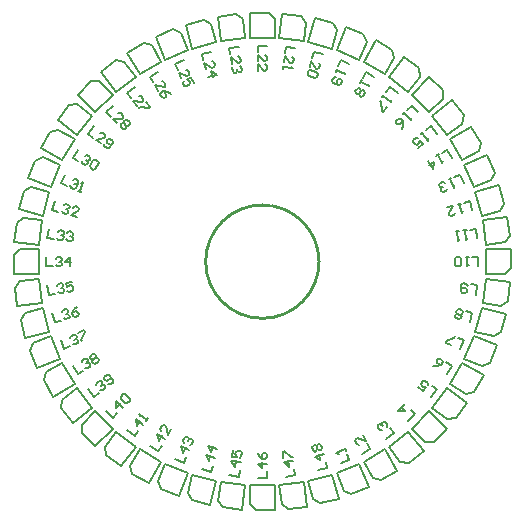
<source format=gto>
G04*
G04 #@! TF.GenerationSoftware,Altium Limited,Altium Designer,20.1.11 (218)*
G04*
G04 Layer_Color=65535*
%FSLAX25Y25*%
%MOIN*%
G70*
G04*
G04 #@! TF.SameCoordinates,A89DC92D-1D16-4819-8E46-697129492B70*
G04*
G04*
G04 #@! TF.FilePolarity,Positive*
G04*
G01*
G75*
%ADD10C,0.01000*%
%ADD11C,0.00811*%
%ADD12C,0.00591*%
D10*
X18898Y0D02*
G03*
X18898Y0I-18898J0D01*
G01*
D11*
X16947Y-79219D02*
X19358Y-80611D01*
X25442Y-78980D01*
X23302Y-70994D02*
X25442Y-78980D01*
X15316Y-73134D02*
X23302Y-70994D01*
X15316Y-73134D02*
X16947Y-79219D01*
X6462Y-80753D02*
X8670Y-82448D01*
X14916Y-81625D01*
X13837Y-73428D02*
X14916Y-81625D01*
X5640Y-74508D02*
X13837Y-73428D01*
X5640Y-74508D02*
X6462Y-80753D01*
X-4134Y-80905D02*
X-2165Y-82874D01*
X4134D01*
Y-74606D01*
X-4134D02*
X4134D01*
X-4134Y-80905D02*
Y-74606D01*
X-14659Y-79674D02*
X-12964Y-81882D01*
X-6719Y-82705D01*
X-5640Y-74508D01*
X-13837Y-73428D02*
X-5640Y-74508D01*
X-14659Y-79674D02*
X-13837Y-73428D01*
X-24933Y-77079D02*
X-23541Y-79490D01*
X-17456Y-81120D01*
X-15316Y-73134D01*
X-23302Y-70994D02*
X-15316Y-73134D01*
X-24933Y-77079D02*
X-23302Y-70994D01*
X-34780Y-73165D02*
X-33715Y-75737D01*
X-27895Y-78148D01*
X-24731Y-70509D01*
X-32370Y-67345D02*
X-24731Y-70509D01*
X-34780Y-73165D02*
X-32370Y-67345D01*
X-44033Y-67999D02*
X-43312Y-70688D01*
X-37857Y-73838D01*
X-33723Y-66678D01*
X-40883Y-62544D02*
X-33723Y-66678D01*
X-44033Y-67999D02*
X-40883Y-62544D01*
X-52532Y-61670D02*
X-52168Y-64430D01*
X-47171Y-68265D01*
X-42138Y-61706D01*
X-48697Y-56673D02*
X-42138Y-61706D01*
X-52532Y-61670D02*
X-48697Y-56673D01*
X-60132Y-57070D02*
Y-54286D01*
Y-57070D02*
X-55678Y-61524D01*
X-49832Y-55678D01*
X-55678Y-49832D02*
X-49832Y-55678D01*
X-60132Y-54286D02*
X-55678Y-49832D01*
X-67067Y-48733D02*
X-66703Y-45973D01*
X-67067Y-48733D02*
X-63232Y-53730D01*
X-56673Y-48697D01*
X-61706Y-42138D02*
X-56673Y-48697D01*
X-66703Y-45973D02*
X-61706Y-42138D01*
X-72854Y-39562D02*
X-72133Y-36873D01*
X-72854Y-39562D02*
X-69704Y-45017D01*
X-62544Y-40883D01*
X-66678Y-33723D02*
X-62544Y-40883D01*
X-72133Y-36873D02*
X-66678Y-33723D01*
X-77394Y-29714D02*
X-76329Y-27142D01*
X-77394Y-29714D02*
X-74984Y-35534D01*
X-67345Y-32370D01*
X-70509Y-24731D02*
X-67345Y-32370D01*
X-76329Y-27142D02*
X-70509Y-24731D01*
X-80611Y-19358D02*
X-79219Y-16947D01*
X-80611Y-19358D02*
X-78980Y-25442D01*
X-70994Y-23302D01*
X-73134Y-15316D02*
X-70994Y-23302D01*
X-79219Y-16947D02*
X-73134Y-15316D01*
X-82448Y-8670D02*
X-80753Y-6462D01*
X-82448Y-8670D02*
X-81625Y-14916D01*
X-73428Y-13837D01*
X-74508Y-5640D02*
X-73428Y-13837D01*
X-80753Y-6462D02*
X-74508Y-5640D01*
X-82874Y2165D02*
X-80905Y4134D01*
X-82874Y-4134D02*
Y2165D01*
Y-4134D02*
X-74606D01*
Y4134D01*
X-80905D02*
X-74606D01*
X-81882Y12964D02*
X-79674Y14659D01*
X-82705Y6719D02*
X-81882Y12964D01*
X-82705Y6719D02*
X-74508Y5640D01*
X-73428Y13837D01*
X-79674Y14659D02*
X-73428Y13837D01*
X-79490Y23541D02*
X-77079Y24933D01*
X-81120Y17456D02*
X-79490Y23541D01*
X-81120Y17456D02*
X-73134Y15316D01*
X-70994Y23302D01*
X-77079Y24933D02*
X-70994Y23302D01*
X-75737Y33715D02*
X-73165Y34780D01*
X-78148Y27895D02*
X-75737Y33715D01*
X-78148Y27895D02*
X-70509Y24731D01*
X-67345Y32370D01*
X-73165Y34780D02*
X-67345Y32370D01*
X-70688Y43312D02*
X-67999Y44033D01*
X-73838Y37857D02*
X-70688Y43312D01*
X-73838Y37857D02*
X-66678Y33723D01*
X-62544Y40883D01*
X-67999Y44033D02*
X-62544Y40883D01*
X-64430Y52168D02*
X-61670Y52532D01*
X-68265Y47171D02*
X-64430Y52168D01*
X-68265Y47171D02*
X-61706Y42138D01*
X-56673Y48697D01*
X-61670Y52532D02*
X-56673Y48697D01*
X-57070Y60132D02*
X-54286D01*
X-61524Y55678D02*
X-57070Y60132D01*
X-61524Y55678D02*
X-55678Y49832D01*
X-49832Y55678D01*
X-54286Y60132D02*
X-49832Y55678D01*
X-48733Y67067D02*
X-45973Y66703D01*
X-53730Y63232D02*
X-48733Y67067D01*
X-53730Y63232D02*
X-48697Y56673D01*
X-42138Y61706D01*
X-45973Y66703D02*
X-42138Y61706D01*
X-39562Y72854D02*
X-36873Y72133D01*
X-45017Y69704D02*
X-39562Y72854D01*
X-45017Y69704D02*
X-40883Y62544D01*
X-33723Y66678D01*
X-36873Y72133D02*
X-33723Y66678D01*
X-29714Y77394D02*
X-27142Y76329D01*
X-35534Y74984D02*
X-29714Y77394D01*
X-35534Y74984D02*
X-32370Y67345D01*
X-24731Y70509D01*
X-27142Y76329D02*
X-24731Y70509D01*
X-19358Y80611D02*
X-16947Y79219D01*
X-25442Y78980D02*
X-19358Y80611D01*
X-25442Y78980D02*
X-23302Y70994D01*
X-15316Y73134D01*
X-16947Y79219D02*
X-15316Y73134D01*
X-8670Y82448D02*
X-6462Y80753D01*
X-14916Y81625D02*
X-8670Y82448D01*
X-14916Y81625D02*
X-13837Y73428D01*
X-5640Y74508D01*
X-6462Y80753D02*
X-5640Y74508D01*
X2165Y82874D02*
X4134Y80905D01*
X-4134Y82874D02*
X2165D01*
X-4134Y74606D02*
Y82874D01*
Y74606D02*
X4134D01*
Y80905D01*
X12964Y81882D02*
X14659Y79674D01*
X6719Y82705D02*
X12964Y81882D01*
X5640Y74508D02*
X6719Y82705D01*
X5640Y74508D02*
X13837Y73428D01*
X14659Y79674D01*
X23541Y79490D02*
X24933Y77079D01*
X17456Y81120D02*
X23541Y79490D01*
X15316Y73134D02*
X17456Y81120D01*
X15316Y73134D02*
X23302Y70994D01*
X24933Y77079D01*
X33715Y75737D02*
X34780Y73165D01*
X27895Y78148D02*
X33715Y75737D01*
X24731Y70509D02*
X27895Y78148D01*
X24731Y70509D02*
X32370Y67345D01*
X34780Y73165D01*
X43312Y70688D02*
X44033Y67999D01*
X37857Y73838D02*
X43312Y70688D01*
X33723Y66678D02*
X37857Y73838D01*
X33723Y66678D02*
X40883Y62544D01*
X44033Y67999D01*
X52168Y64430D02*
X52532Y61670D01*
X47171Y68265D02*
X52168Y64430D01*
X42138Y61706D02*
X47171Y68265D01*
X42138Y61706D02*
X48697Y56673D01*
X52532Y61670D01*
X60132Y54286D02*
Y57070D01*
X55678Y61524D02*
X60132Y57070D01*
X49832Y55678D02*
X55678Y61524D01*
X49832Y55678D02*
X55678Y49832D01*
X60132Y54286D01*
X66703Y45973D02*
X67067Y48733D01*
X63232Y53730D02*
X67067Y48733D01*
X56673Y48697D02*
X63232Y53730D01*
X56673Y48697D02*
X61706Y42138D01*
X66703Y45973D01*
X72133Y36873D02*
X72854Y39562D01*
X69704Y45017D02*
X72854Y39562D01*
X62544Y40883D02*
X69704Y45017D01*
X62544Y40883D02*
X66678Y33723D01*
X72133Y36873D01*
X76329Y27142D02*
X77394Y29714D01*
X74984Y35534D02*
X77394Y29714D01*
X67345Y32370D02*
X74984Y35534D01*
X67345Y32370D02*
X70509Y24731D01*
X76329Y27142D01*
X79219Y16947D02*
X80611Y19358D01*
X78980Y25442D02*
X80611Y19358D01*
X70994Y23302D02*
X78980Y25442D01*
X70994Y23302D02*
X73134Y15316D01*
X79219Y16947D01*
X80753Y6462D02*
X82448Y8670D01*
X81625Y14916D02*
X82448Y8670D01*
X73428Y13837D02*
X81625Y14916D01*
X73428Y13837D02*
X74508Y5640D01*
X80753Y6462D01*
X80905Y-4134D02*
X82874Y-2165D01*
Y4134D01*
X74606D02*
X82874D01*
X74606Y-4134D02*
Y4134D01*
Y-4134D02*
X80905D01*
X79674Y-14659D02*
X81882Y-12964D01*
X82705Y-6719D01*
X74508Y-5640D02*
X82705Y-6719D01*
X73428Y-13837D02*
X74508Y-5640D01*
X73428Y-13837D02*
X79674Y-14659D01*
X77079Y-24933D02*
X79490Y-23541D01*
X81120Y-17456D01*
X73134Y-15316D02*
X81120Y-17456D01*
X70994Y-23302D02*
X73134Y-15316D01*
X70994Y-23302D02*
X77079Y-24933D01*
X73165Y-34780D02*
X75737Y-33715D01*
X78148Y-27895D01*
X70509Y-24731D02*
X78148Y-27895D01*
X67345Y-32370D02*
X70509Y-24731D01*
X67345Y-32370D02*
X73165Y-34780D01*
X67999Y-44033D02*
X70688Y-43312D01*
X73838Y-37857D01*
X66678Y-33723D02*
X73838Y-37857D01*
X62544Y-40883D02*
X66678Y-33723D01*
X62544Y-40883D02*
X67999Y-44033D01*
X61670Y-52532D02*
X64430Y-52168D01*
X68265Y-47171D01*
X61706Y-42138D02*
X68265Y-47171D01*
X56673Y-48697D02*
X61706Y-42138D01*
X56673Y-48697D02*
X61670Y-52532D01*
X54286Y-60132D02*
X57070D01*
X61524Y-55678D01*
X55678Y-49832D02*
X61524Y-55678D01*
X49832D02*
X55678Y-49832D01*
X49832Y-55678D02*
X54286Y-60132D01*
X45973Y-66703D02*
X48733Y-67067D01*
X53730Y-63232D01*
X48697Y-56673D02*
X53730Y-63232D01*
X42138Y-61706D02*
X48697Y-56673D01*
X42138Y-61706D02*
X45973Y-66703D01*
X36873Y-72133D02*
X39562Y-72854D01*
X45017Y-69704D01*
X40883Y-62544D02*
X45017Y-69704D01*
X33723Y-66678D02*
X40883Y-62544D01*
X33723Y-66678D02*
X36873Y-72133D01*
X27142Y-76329D02*
X29714Y-77394D01*
X35534Y-74984D01*
X32370Y-67345D02*
X35534Y-74984D01*
X24731Y-70509D02*
X32370Y-67345D01*
X24731Y-70509D02*
X27142Y-76329D01*
D12*
X-1577Y-72030D02*
X1572D01*
Y-69931D01*
Y-67307D02*
X-1577D01*
X-3Y-68881D01*
Y-66782D01*
X-1577Y-63634D02*
X-1052Y-64683D01*
X-3Y-65733D01*
X1047D01*
X1572Y-65208D01*
Y-64158D01*
X1047Y-63634D01*
X522D01*
X-3Y-64158D01*
Y-65733D01*
X18624Y-69528D02*
X21665Y-68713D01*
X21122Y-66685D01*
X20443Y-64151D02*
X17401Y-64965D01*
X19329Y-66079D01*
X18786Y-64051D01*
X17501Y-63309D02*
X16858Y-62938D01*
X16586Y-61924D01*
X16958Y-61282D01*
X17464Y-61146D01*
X18107Y-61517D01*
X18478Y-60874D01*
X18985Y-60738D01*
X19628Y-61109D01*
X19899Y-62123D01*
X19528Y-62766D01*
X19021Y-62902D01*
X18379Y-62530D01*
X18008Y-63173D01*
X17501Y-63309D01*
X18379Y-62530D02*
X18107Y-61517D01*
X7838Y-71620D02*
X10960Y-71209D01*
X10686Y-69128D01*
X10344Y-66526D02*
X7222Y-66937D01*
X8988Y-68292D01*
X8714Y-66211D01*
X7017Y-65376D02*
X6742Y-63295D01*
X7263Y-63227D01*
X9618Y-65034D01*
X10138Y-64965D01*
X-10965Y-71208D02*
X-7843Y-71619D01*
X-7570Y-69538D01*
X-7227Y-66936D02*
X-10349Y-66525D01*
X-8993Y-68292D01*
X-8719Y-66211D01*
X-9869Y-62884D02*
X-10143Y-64965D01*
X-8582Y-65170D01*
X-8966Y-64061D01*
X-8897Y-63541D01*
X-8308Y-63089D01*
X-7268Y-63226D01*
X-6816Y-63815D01*
X-6953Y-64855D01*
X-7542Y-65307D01*
X-20166Y-69168D02*
X-17125Y-69982D01*
X-16581Y-67955D01*
X-15902Y-65420D02*
X-18944Y-64605D01*
X-17830Y-66534D01*
X-17287Y-64506D01*
X-15087Y-62379D02*
X-18129Y-61564D01*
X-17015Y-63492D01*
X-16472Y-61465D01*
X-29021Y-65944D02*
X-26113Y-67149D01*
X-25309Y-65209D01*
X-24305Y-62785D02*
X-27214Y-61580D01*
X-26362Y-63637D01*
X-25559Y-61698D01*
X-26127Y-60326D02*
X-26411Y-59641D01*
X-26009Y-58671D01*
X-25324Y-58387D01*
X-24839Y-58588D01*
X-24555Y-59274D01*
X-24756Y-59759D01*
X-24555Y-59274D01*
X-23869Y-58990D01*
X-23384Y-59190D01*
X-23100Y-59876D01*
X-23502Y-60846D01*
X-24188Y-61130D01*
X-37381Y-61591D02*
X-34654Y-63166D01*
X-33604Y-61348D01*
X-32292Y-59075D02*
X-35019Y-57501D01*
X-34443Y-59652D01*
X-33393Y-57834D01*
X-30456Y-55894D02*
X-31505Y-57712D01*
X-32274Y-54845D01*
X-32728Y-54582D01*
X-33445Y-54774D01*
X-33970Y-55683D01*
X-33778Y-56400D01*
X-45100Y-56185D02*
X-42602Y-58102D01*
X-41324Y-56437D01*
X-39727Y-54355D02*
X-42225Y-52438D01*
X-41934Y-54646D01*
X-40657Y-52980D01*
X-38769Y-53106D02*
X-38130Y-52273D01*
X-38449Y-52690D01*
X-40947Y-50773D01*
X-40850Y-51509D01*
X-52048Y-49818D02*
X-49821Y-52044D01*
X-48337Y-50560D01*
X-46482Y-48705D02*
X-48708Y-46478D01*
X-48708Y-48705D01*
X-47224Y-47220D01*
Y-45736D02*
X-47224Y-44994D01*
X-46482Y-44252D01*
X-45740D01*
X-44256Y-45736D01*
X-44256Y-46478D01*
X-44998Y-47220D01*
X-45740D01*
X-47224Y-45736D01*
X-58105Y-42598D02*
X-56188Y-45096D01*
X-54523Y-43818D01*
X-55288Y-41098D02*
X-55191Y-40362D01*
X-54358Y-39723D01*
X-53623Y-39820D01*
X-53303Y-40236D01*
X-53400Y-40972D01*
X-53816Y-41291D01*
X-53400Y-40972D01*
X-52664Y-41069D01*
X-52345Y-41485D01*
X-52442Y-42221D01*
X-53274Y-42860D01*
X-54010Y-42763D01*
X-51512Y-40846D02*
X-50776Y-40943D01*
X-49944Y-40304D01*
X-49847Y-39568D01*
X-51125Y-37903D01*
X-51860Y-37806D01*
X-52693Y-38445D01*
X-52790Y-39181D01*
X-52470Y-39597D01*
X-51735Y-39694D01*
X-50486Y-38736D01*
X-63168Y-34649D02*
X-61594Y-37376D01*
X-59776Y-36327D01*
X-60179Y-33529D02*
X-59987Y-32813D01*
X-59078Y-32288D01*
X-58361Y-32480D01*
X-58099Y-32934D01*
X-58291Y-33651D01*
X-58745Y-33914D01*
X-58291Y-33651D01*
X-57574Y-33843D01*
X-57312Y-34298D01*
X-57504Y-35015D01*
X-58413Y-35539D01*
X-59130Y-35347D01*
X-57452Y-31955D02*
X-57260Y-31238D01*
X-56351Y-30714D01*
X-55634Y-30906D01*
X-55372Y-31360D01*
X-55564Y-32077D01*
X-54847Y-32269D01*
X-54585Y-32724D01*
X-54777Y-33440D01*
X-55686Y-33965D01*
X-56403Y-33773D01*
X-56665Y-33319D01*
X-56473Y-32602D01*
X-57190Y-32410D01*
X-57452Y-31955D01*
X-56473Y-32602D02*
X-55564Y-32077D01*
X-67150Y-26108D02*
X-65946Y-29017D01*
X-64006Y-28214D01*
X-64041Y-25388D02*
X-63757Y-24702D01*
X-62787Y-24300D01*
X-62101Y-24585D01*
X-61901Y-25069D01*
X-62185Y-25755D01*
X-62669Y-25956D01*
X-62185Y-25755D01*
X-61499Y-26039D01*
X-61298Y-26524D01*
X-61582Y-27209D01*
X-62552Y-27611D01*
X-63238Y-27327D01*
X-61333Y-23698D02*
X-59393Y-22895D01*
X-59193Y-23380D01*
X-60329Y-26122D01*
X-60128Y-26607D01*
X-69984Y-17120D02*
X-69169Y-20161D01*
X-67141Y-19618D01*
X-66807Y-16812D02*
X-66435Y-16169D01*
X-65422Y-15897D01*
X-64779Y-16268D01*
X-64643Y-16775D01*
X-65014Y-17418D01*
X-65521Y-17554D01*
X-65014Y-17418D01*
X-64372Y-17789D01*
X-64236Y-18296D01*
X-64607Y-18938D01*
X-65621Y-19210D01*
X-66263Y-18839D01*
X-61874Y-14946D02*
X-62752Y-15725D01*
X-63494Y-17010D01*
X-63222Y-18024D01*
X-62579Y-18395D01*
X-61566Y-18124D01*
X-61194Y-17481D01*
X-61330Y-16974D01*
X-61973Y-16603D01*
X-63494Y-17010D01*
X-71620Y-7838D02*
X-71209Y-10960D01*
X-69128Y-10686D01*
X-68429Y-7948D02*
X-67978Y-7359D01*
X-66937Y-7222D01*
X-66348Y-7674D01*
X-66280Y-8194D01*
X-66732Y-8783D01*
X-67252Y-8851D01*
X-66732Y-8783D01*
X-66143Y-9234D01*
X-66074Y-9755D01*
X-66526Y-10344D01*
X-67567Y-10481D01*
X-68155Y-10029D01*
X-63295Y-6742D02*
X-65376Y-7017D01*
X-65171Y-8577D01*
X-64199Y-7920D01*
X-63678Y-7852D01*
X-63090Y-8303D01*
X-62953Y-9344D01*
X-63404Y-9933D01*
X-64445Y-10070D01*
X-65034Y-9618D01*
X-72030Y1577D02*
Y-1572D01*
X-69931D01*
X-68881Y1052D02*
X-68357Y1577D01*
X-67307D01*
X-66782Y1052D01*
Y527D01*
X-67307Y3D01*
X-67832D01*
X-67307D01*
X-66782Y-522D01*
Y-1047D01*
X-67307Y-1572D01*
X-68357D01*
X-68881Y-1047D01*
X-64158Y-1572D02*
Y1577D01*
X-65733Y3D01*
X-63634D01*
X-71208Y10965D02*
X-71619Y7843D01*
X-69538Y7570D01*
X-68155Y10034D02*
X-67566Y10486D01*
X-66525Y10349D01*
X-66074Y9760D01*
X-66142Y9240D01*
X-66731Y8788D01*
X-67251Y8856D01*
X-66731Y8788D01*
X-66279Y8199D01*
X-66348Y7679D01*
X-66936Y7227D01*
X-67977Y7364D01*
X-68429Y7953D01*
X-65033Y9623D02*
X-64444Y10075D01*
X-63404Y9938D01*
X-62952Y9349D01*
X-63020Y8829D01*
X-63609Y8377D01*
X-64130Y8445D01*
X-63609Y8377D01*
X-63157Y7788D01*
X-63226Y7268D01*
X-63815Y6816D01*
X-64855Y6953D01*
X-65307Y7542D01*
X-69168Y20166D02*
X-69982Y17125D01*
X-67955Y16581D01*
X-66262Y18844D02*
X-65619Y19215D01*
X-64605Y18944D01*
X-64235Y18301D01*
X-64370Y17794D01*
X-65013Y17423D01*
X-65520Y17559D01*
X-65013Y17423D01*
X-64642Y16780D01*
X-64778Y16273D01*
X-65420Y15902D01*
X-66434Y16174D01*
X-66805Y16817D01*
X-61872Y14952D02*
X-63900Y15495D01*
X-61329Y16979D01*
X-61193Y17486D01*
X-61564Y18129D01*
X-62578Y18400D01*
X-63221Y18029D01*
X-65944Y29021D02*
X-67149Y26113D01*
X-65209Y25309D01*
X-63235Y27332D02*
X-62550Y27616D01*
X-61580Y27214D01*
X-61296Y26528D01*
X-61497Y26044D01*
X-62183Y25760D01*
X-62667Y25960D01*
X-62183Y25760D01*
X-61899Y25074D01*
X-62099Y24589D01*
X-62785Y24305D01*
X-63755Y24707D01*
X-64039Y25392D01*
X-61331Y23703D02*
X-60361Y23301D01*
X-60846Y23502D01*
X-59641Y26411D01*
X-60326Y26127D01*
X-61591Y37381D02*
X-63166Y34654D01*
X-61348Y33604D01*
X-59127Y35352D02*
X-58410Y35544D01*
X-57501Y35019D01*
X-57309Y34302D01*
X-57572Y33848D01*
X-58288Y33656D01*
X-58743Y33918D01*
X-58288Y33656D01*
X-58096Y32939D01*
X-58359Y32484D01*
X-59075Y32292D01*
X-59984Y32817D01*
X-60176Y33534D01*
X-56400Y33778D02*
X-55683Y33970D01*
X-54774Y33445D01*
X-54582Y32728D01*
X-55632Y30910D01*
X-56349Y30718D01*
X-57258Y31243D01*
X-57450Y31960D01*
X-56400Y33778D01*
X-56185Y45100D02*
X-58102Y42602D01*
X-56437Y41324D01*
X-53939Y39408D02*
X-55604Y40685D01*
X-52661Y41073D01*
X-52342Y41489D01*
X-52438Y42225D01*
X-53271Y42864D01*
X-54007Y42767D01*
X-52787Y39185D02*
X-52690Y38449D01*
X-51857Y37810D01*
X-51121Y37907D01*
X-49843Y39573D01*
X-49940Y40308D01*
X-50773Y40947D01*
X-51509Y40850D01*
X-51828Y40434D01*
X-51731Y39698D01*
X-50482Y38740D01*
X-49818Y52048D02*
X-52044Y49821D01*
X-50560Y48337D01*
X-48334Y46111D02*
X-49818Y47595D01*
X-46849D01*
X-46478Y47966D01*
Y48708D01*
X-47220Y49450D01*
X-47962Y49450D01*
X-45736Y47224D02*
X-44994Y47224D01*
X-44252Y46482D01*
Y45740D01*
X-44623Y45369D01*
X-45365D01*
X-45365Y44627D01*
X-45736Y44256D01*
X-46478Y44256D01*
X-47220Y44998D01*
Y45740D01*
X-46849Y46111D01*
X-46107D01*
X-46107Y46853D01*
X-45736Y47224D01*
X-46107Y46111D02*
X-45365Y45369D01*
X-42598Y58105D02*
X-45096Y56188D01*
X-43818Y54523D01*
X-41901Y52025D02*
X-43179Y53690D01*
X-40236Y53303D01*
X-39820Y53623D01*
X-39723Y54358D01*
X-40362Y55191D01*
X-41098Y55288D01*
X-38765Y53109D02*
X-37487Y51444D01*
X-37903Y51125D01*
X-40846Y51512D01*
X-41263Y51192D01*
X-34649Y63168D02*
X-37376Y61594D01*
X-36327Y59776D01*
X-34752Y57049D02*
X-35802Y58867D01*
X-32934Y58099D01*
X-32480Y58361D01*
X-32288Y59078D01*
X-32813Y59987D01*
X-33529Y60179D01*
X-30451Y55897D02*
X-31431Y56543D01*
X-32864Y56928D01*
X-33773Y56403D01*
X-33965Y55686D01*
X-33440Y54777D01*
X-32724Y54585D01*
X-32269Y54847D01*
X-32077Y55564D01*
X-32864Y56928D01*
X-26108Y67150D02*
X-29017Y65946D01*
X-28214Y64006D01*
X-27009Y61097D02*
X-27812Y63037D01*
X-25069Y61901D01*
X-24585Y62101D01*
X-24300Y62787D01*
X-24702Y63757D01*
X-25388Y64041D01*
X-22895Y59393D02*
X-23698Y61333D01*
X-25152Y60730D01*
X-24266Y59961D01*
X-24065Y59477D01*
X-24349Y58791D01*
X-25319Y58389D01*
X-26004Y58673D01*
X-26406Y59643D01*
X-26122Y60329D01*
X-17120Y69984D02*
X-20161Y69169D01*
X-19618Y67141D01*
X-18803Y64100D02*
X-19346Y66128D01*
X-16775Y64643D01*
X-16268Y64779D01*
X-15897Y65422D01*
X-16169Y66435D01*
X-16812Y66807D01*
X-18124Y61566D02*
X-15082Y62380D01*
X-17010Y63494D01*
X-16467Y61466D01*
X-7838Y71620D02*
X-10960Y71209D01*
X-10686Y69128D01*
X-10275Y66006D02*
X-10549Y68087D01*
X-8194Y66280D01*
X-7674Y66348D01*
X-7222Y66937D01*
X-7359Y67978D01*
X-7948Y68429D01*
X-7537Y65308D02*
X-6948Y64856D01*
X-6811Y63815D01*
X-7263Y63227D01*
X-7783Y63158D01*
X-8372Y63610D01*
X-8440Y64130D01*
X-8372Y63610D01*
X-8824Y63021D01*
X-9344Y62953D01*
X-9933Y63404D01*
X-10070Y64445D01*
X-9618Y65034D01*
X1577Y72030D02*
X-1572D01*
Y69931D01*
Y66782D02*
Y68881D01*
X527Y66782D01*
X1052D01*
X1577Y67307D01*
Y68357D01*
X1052Y68881D01*
X-1572Y63634D02*
Y65733D01*
X527Y63634D01*
X1052D01*
X1577Y64158D01*
Y65208D01*
X1052Y65733D01*
X10965Y71208D02*
X7843Y71619D01*
X7570Y69538D01*
X7159Y66416D02*
X7433Y68497D01*
X9240Y66142D01*
X9760Y66074D01*
X10349Y66525D01*
X10486Y67566D01*
X10034Y68155D01*
X7022Y65376D02*
X6885Y64335D01*
X6953Y64855D01*
X10075Y64444D01*
X9623Y65033D01*
X20166Y69168D02*
X17125Y69982D01*
X16581Y67955D01*
X15766Y64913D02*
X16310Y66941D01*
X17794Y64370D01*
X18301Y64235D01*
X18944Y64605D01*
X19215Y65619D01*
X18844Y66262D01*
X18029Y63221D02*
X18400Y62578D01*
X18129Y61564D01*
X17486Y61193D01*
X15458Y61736D01*
X15087Y62379D01*
X15359Y63393D01*
X16002Y63764D01*
X18029Y63221D01*
X29021Y65944D02*
X26113Y67149D01*
X25309Y65209D01*
X24908Y64240D02*
X24506Y63270D01*
X24707Y63755D01*
X27616Y62550D01*
X27332Y63235D01*
X24388Y61615D02*
X23703Y61331D01*
X23301Y60361D01*
X23585Y59675D01*
X25524Y58872D01*
X26210Y59156D01*
X26612Y60126D01*
X26328Y60811D01*
X25843Y61012D01*
X25157Y60728D01*
X24555Y59274D01*
X37381Y61591D02*
X34654Y63166D01*
X33604Y61348D01*
X33080Y60439D02*
X32555Y59530D01*
X32817Y59984D01*
X35544Y58410D01*
X35352Y59127D01*
X34040Y56855D02*
X34232Y56138D01*
X33707Y55229D01*
X32990Y55037D01*
X32536Y55299D01*
X32344Y56016D01*
X31627Y55824D01*
X31173Y56086D01*
X30981Y56803D01*
X31505Y57712D01*
X32222Y57904D01*
X32677Y57642D01*
X32869Y56925D01*
X33586Y57117D01*
X34040Y56855D01*
X32869Y56925D02*
X32344Y56016D01*
X45100Y56185D02*
X42602Y58102D01*
X41324Y56437D01*
X40685Y55604D02*
X40047Y54771D01*
X40366Y55188D01*
X42864Y53271D01*
X42767Y54007D01*
X41586Y51606D02*
X40308Y49940D01*
X39892Y50260D01*
X39505Y53203D01*
X39088Y53522D01*
X52048Y49818D02*
X49821Y52044D01*
X48337Y50560D01*
X47595Y49818D02*
X46853Y49076D01*
X47224Y49447D01*
X49450Y47220D01*
X49450Y47962D01*
X46482Y44252D02*
X46853Y45365D01*
Y46849D01*
X46111Y47591D01*
X45369D01*
X44627Y46849D01*
X44627Y46107D01*
X44998Y45736D01*
X45740D01*
X46853Y46849D01*
X58105Y42598D02*
X56188Y45096D01*
X54523Y43818D01*
X53690Y43179D02*
X52858Y42540D01*
X53274Y42860D01*
X55191Y40362D01*
X55288Y41098D01*
X51860Y37806D02*
X53526Y39084D01*
X52567Y40333D01*
X52054Y39278D01*
X51638Y38958D01*
X50902Y39055D01*
X50263Y39888D01*
X50360Y40624D01*
X51192Y41263D01*
X51928Y41166D01*
X63168Y34649D02*
X61594Y37376D01*
X59776Y36327D01*
X58867Y35802D02*
X57958Y35277D01*
X58413Y35539D01*
X59987Y32813D01*
X60179Y33529D01*
X55231Y33703D02*
X56806Y30976D01*
X57382Y33127D01*
X55564Y32077D01*
X67150Y26108D02*
X65946Y29017D01*
X64006Y28214D01*
X63037Y27812D02*
X62067Y27410D01*
X62552Y27611D01*
X63757Y24702D01*
X64041Y25388D01*
X61617Y24384D02*
X61333Y23698D01*
X60363Y23296D01*
X59677Y23580D01*
X59477Y24065D01*
X59760Y24751D01*
X60245Y24952D01*
X59760Y24751D01*
X59075Y25035D01*
X58874Y25520D01*
X59158Y26205D01*
X60128Y26607D01*
X60813Y26323D01*
X69984Y17120D02*
X69169Y20161D01*
X67141Y19618D01*
X66128Y19346D02*
X65114Y19074D01*
X65621Y19210D01*
X66435Y16169D01*
X66807Y16812D01*
X61566Y18124D02*
X63593Y18667D01*
X62109Y16096D01*
X62245Y15589D01*
X62887Y15218D01*
X63901Y15490D01*
X64272Y16132D01*
X71620Y7838D02*
X71209Y10960D01*
X69128Y10686D01*
X68087Y10549D02*
X67046Y10412D01*
X67567Y10481D01*
X67978Y7359D01*
X68429Y7948D01*
X65486Y10207D02*
X64445Y10070D01*
X64965Y10138D01*
X65376Y7017D01*
X65828Y7605D01*
X72030Y-1577D02*
Y1572D01*
X69931D01*
X68881D02*
X67832D01*
X68357D01*
Y-1577D01*
X68881Y-1052D01*
X66258D02*
X65733Y-1577D01*
X64683D01*
X64158Y-1052D01*
Y1047D01*
X64683Y1572D01*
X65733D01*
X66258Y1047D01*
Y-1052D01*
X71208Y-10965D02*
X71619Y-7843D01*
X69538Y-7570D01*
X68429Y-7953D02*
X67977Y-7364D01*
X66936Y-7227D01*
X66348Y-7679D01*
X66074Y-9760D01*
X66525Y-10349D01*
X67566Y-10486D01*
X68155Y-10034D01*
X68223Y-9514D01*
X67772Y-8925D01*
X66211Y-8719D01*
X69168Y-20166D02*
X69982Y-17125D01*
X67955Y-16581D01*
X66262Y-18844D02*
X65619Y-19215D01*
X64605Y-18944D01*
X64235Y-18301D01*
X64370Y-17794D01*
X65013Y-17423D01*
X64642Y-16780D01*
X64778Y-16273D01*
X65420Y-15902D01*
X66434Y-16174D01*
X66805Y-16817D01*
X66669Y-17323D01*
X66027Y-17695D01*
X66398Y-18337D01*
X66262Y-18844D01*
X66027Y-17695D02*
X65013Y-17423D01*
X65944Y-29021D02*
X67149Y-26113D01*
X65209Y-25309D01*
X63035Y-27817D02*
X61095Y-27013D01*
X61296Y-26528D01*
X64039Y-25392D01*
X64240Y-24908D01*
X61591Y-37381D02*
X63166Y-34654D01*
X61348Y-33604D01*
X57047Y-34757D02*
X58218Y-34827D01*
X59652Y-34443D01*
X60176Y-33534D01*
X59984Y-32817D01*
X59075Y-32292D01*
X58359Y-32484D01*
X58096Y-32939D01*
X58288Y-33656D01*
X59652Y-34443D01*
X56185Y-45100D02*
X58102Y-42602D01*
X56437Y-41324D01*
X52022Y-41906D02*
X53687Y-43183D01*
X54646Y-41934D01*
X53494Y-41712D01*
X53077Y-41392D01*
X52980Y-40657D01*
X53619Y-39824D01*
X54355Y-39727D01*
X55188Y-40366D01*
X55285Y-41102D01*
X48719Y-53171D02*
X50945Y-50945D01*
X49461Y-49461D01*
X47605Y-47605D02*
X45379Y-49832D01*
X47605Y-49832D01*
X46121Y-48348D01*
X41362Y-59076D02*
X43859Y-57159D01*
X42582Y-55493D01*
X39861Y-56258D02*
X39125Y-56161D01*
X38486Y-55329D01*
X38583Y-54593D01*
X39000Y-54273D01*
X39735Y-54370D01*
X40055Y-54787D01*
X39735Y-54370D01*
X39832Y-53635D01*
X40249Y-53315D01*
X40984Y-53412D01*
X41623Y-54245D01*
X41526Y-54980D01*
X33297Y-63969D02*
X36024Y-62395D01*
X34974Y-60577D01*
X33400Y-57850D02*
X34449Y-59668D01*
X31582Y-58900D01*
X31127Y-59162D01*
X30935Y-59879D01*
X31460Y-60788D01*
X32177Y-60980D01*
X26108Y-67150D02*
X29017Y-65946D01*
X28214Y-64006D01*
X27812Y-63037D02*
X27410Y-62067D01*
X27611Y-62552D01*
X24702Y-63757D01*
X25388Y-64041D01*
M02*

</source>
